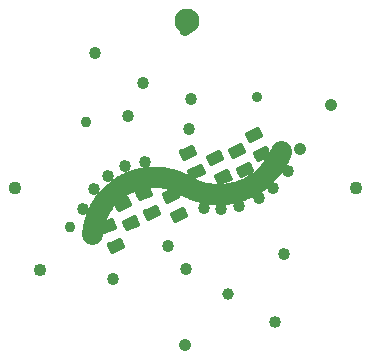
<source format=gts>
G04 EAGLE Gerber RS-274X export*
G75*
%MOMM*%
%FSLAX34Y34*%
%LPD*%
%INTop Solder Mask*%
%IPPOS*%
%AMOC8*
5,1,8,0,0,1.08239X$1,22.5*%
G01*
G04 Define Apertures*
%ADD10C,2.101600*%
%ADD11C,1.025944*%
%ADD12C,1.087900*%
%ADD13C,0.930281*%
%ADD14C,1.024519*%
%ADD15C,1.750000*%
%ADD16C,1.084550*%
%ADD17C,1.047600*%
%ADD18C,1.071256*%
%ADD19C,0.986644*%
%ADD20C,1.010550*%
%ADD21C,0.889912*%
%ADD22C,1.030388*%
%ADD23C,0.926419*%
%ADD24C,1.106969*%
%ADD25C,0.326897*%
D10*
X0Y140000D03*
D11*
X-62187Y-78818D03*
D12*
X143368Y-1279D03*
D13*
X-98649Y-34492D03*
D14*
X14269Y-18067D03*
X-87854Y-19177D03*
X-66862Y8812D03*
X-52190Y17164D03*
D15*
X0Y0D02*
X1245Y-636D01*
X2505Y-1241D01*
X3780Y-1815D01*
X5068Y-2357D01*
X6370Y-2868D01*
X7683Y-3347D01*
X9008Y-3794D01*
X10343Y-4208D01*
X11688Y-4589D01*
X13042Y-4938D01*
X14403Y-5253D01*
X15773Y-5535D01*
X17148Y-5784D01*
X18530Y-5999D01*
X19916Y-6180D01*
X21306Y-6327D01*
X22700Y-6440D01*
X24095Y-6519D01*
X25493Y-6564D01*
X26891Y-6574D01*
X28288Y-6551D01*
X29685Y-6493D01*
X31080Y-6402D01*
X32472Y-6276D01*
X33861Y-6116D01*
X35246Y-5923D01*
X36625Y-5696D01*
X37998Y-5435D01*
X39365Y-5140D01*
X40724Y-4812D01*
X42075Y-4452D01*
X43416Y-4058D01*
X44747Y-3632D01*
X46068Y-3173D01*
X47377Y-2682D01*
X48674Y-2159D01*
X49957Y-1605D01*
X51227Y-1020D01*
X52481Y-403D01*
X53721Y243D01*
X54944Y920D01*
X56150Y1626D01*
X57339Y2362D01*
X58509Y3127D01*
X59661Y3920D01*
X60792Y4740D01*
X61904Y5589D01*
X62994Y6464D01*
X64062Y7365D01*
X65109Y8292D01*
X66132Y9245D01*
X67132Y10222D01*
X68107Y11224D01*
X69058Y12248D01*
X69983Y13296D01*
X70883Y14366D01*
X71756Y15458D01*
X72602Y16571D01*
X73421Y17704D01*
X74212Y18857D01*
X74974Y20029D01*
X75708Y21219D01*
X76412Y22426D01*
X77086Y23651D01*
X77731Y24891D01*
X78345Y26147D01*
X78928Y27418D01*
X79480Y28702D01*
X80000Y30000D01*
X0Y0D02*
X-1088Y673D01*
X-2192Y1318D01*
X-3312Y1937D01*
X-4446Y2528D01*
X-5595Y3090D01*
X-6757Y3625D01*
X-7932Y4131D01*
X-9119Y4607D01*
X-10317Y5055D01*
X-11525Y5473D01*
X-12744Y5862D01*
X-13972Y6220D01*
X-15208Y6548D01*
X-16452Y6846D01*
X-17703Y7113D01*
X-18960Y7350D01*
X-20222Y7555D01*
X-21489Y7730D01*
X-22760Y7873D01*
X-24035Y7986D01*
X-25311Y8067D01*
X-26589Y8117D01*
X-27868Y8135D01*
X-29147Y8122D01*
X-30425Y8078D01*
X-31702Y8002D01*
X-32977Y7895D01*
X-34248Y7757D01*
X-35516Y7588D01*
X-36779Y7387D01*
X-38037Y7156D01*
X-39289Y6894D01*
X-40534Y6602D01*
X-41772Y6279D01*
X-43001Y5925D01*
X-44222Y5542D01*
X-45432Y5129D01*
X-46632Y4687D01*
X-47821Y4215D01*
X-48998Y3714D01*
X-50162Y3184D01*
X-51313Y2626D01*
X-52450Y2040D01*
X-53572Y1427D01*
X-54679Y786D01*
X-55770Y118D01*
X-56844Y-577D01*
X-57901Y-1297D01*
X-58940Y-2044D01*
X-59960Y-2815D01*
X-60961Y-3611D01*
X-61942Y-4432D01*
X-62903Y-5276D01*
X-63842Y-6144D01*
X-64760Y-7035D01*
X-65657Y-7947D01*
X-66530Y-8882D01*
X-67380Y-9837D01*
X-68207Y-10813D01*
X-69009Y-11809D01*
X-69787Y-12825D01*
X-70540Y-13859D01*
X-71267Y-14911D01*
X-71968Y-15981D01*
X-72643Y-17068D01*
X-73290Y-18170D01*
X-73911Y-19289D01*
X-74504Y-20422D01*
X-75069Y-21570D01*
X-75606Y-22731D01*
X-76114Y-23904D01*
X-76593Y-25090D01*
X-77043Y-26288D01*
X-77463Y-27496D01*
X-77854Y-28714D01*
X-78215Y-29941D01*
X-78545Y-31176D01*
X-78846Y-32420D01*
X-79115Y-33670D01*
X-79354Y-34926D01*
X-79562Y-36188D01*
X-79739Y-37455D01*
X-79885Y-38726D01*
X-80000Y-40000D01*
D11*
X-1268Y132574D03*
D16*
X-124582Y-70968D03*
D14*
X-78374Y-2474D03*
X-2190Y-2836D03*
X-35712Y20776D03*
X28715Y-18970D03*
X43838Y-16713D03*
X61219Y-9715D03*
X73408Y-1138D03*
X85597Y13308D03*
D17*
X95639Y31544D03*
D18*
X-1279Y-134419D03*
D19*
X34534Y-90794D03*
D20*
X74328Y-114909D03*
D14*
X82437Y-57568D03*
D21*
X59626Y75985D03*
D22*
X-37252Y87295D03*
X-77419Y112903D03*
D23*
X-85232Y54663D03*
D24*
X-145102Y-1437D03*
D11*
X-15912Y-50293D03*
X-409Y-70087D03*
X1848Y48190D03*
X3949Y73768D03*
X-49546Y59774D03*
D17*
X121918Y68625D03*
D25*
X-72976Y-32964D02*
X-70382Y-39073D01*
X-72976Y-32964D02*
X-63360Y-28881D01*
X-60766Y-34990D01*
X-70382Y-39073D01*
X-71701Y-35967D02*
X-63067Y-35967D01*
X-61670Y-32861D02*
X-72733Y-32861D01*
X-65418Y-29755D02*
X-62989Y-29755D01*
X-66029Y-49330D02*
X-63435Y-55439D01*
X-66029Y-49330D02*
X-56413Y-45247D01*
X-53819Y-51356D01*
X-63435Y-55439D01*
X-64754Y-52333D02*
X-56120Y-52333D01*
X-54723Y-49227D02*
X-65786Y-49227D01*
X-58471Y-46121D02*
X-56042Y-46121D01*
X14249Y11057D02*
X11655Y17166D01*
X14249Y11057D02*
X4633Y6974D01*
X2039Y13083D01*
X11655Y17166D01*
X11948Y10080D02*
X3314Y10080D01*
X2282Y13186D02*
X13345Y13186D01*
X12026Y16292D02*
X9597Y16292D01*
X7302Y27424D02*
X4708Y33533D01*
X7302Y27424D02*
X-2314Y23341D01*
X-4908Y29450D01*
X4708Y33533D01*
X5001Y26447D02*
X-3633Y26447D01*
X-4665Y29553D02*
X6398Y29553D01*
X5079Y32659D02*
X2650Y32659D01*
X-42438Y-4960D02*
X-39844Y-11069D01*
X-42438Y-4960D02*
X-32822Y-877D01*
X-30228Y-6986D01*
X-39844Y-11069D01*
X-41163Y-7963D02*
X-32529Y-7963D01*
X-31132Y-4857D02*
X-42195Y-4857D01*
X-34880Y-1751D02*
X-32451Y-1751D01*
X-35490Y-21327D02*
X-32896Y-27436D01*
X-35490Y-21327D02*
X-25874Y-17244D01*
X-23280Y-23353D01*
X-32896Y-27436D01*
X-34215Y-24330D02*
X-25581Y-24330D01*
X-24184Y-21224D02*
X-35247Y-21224D01*
X-27932Y-18118D02*
X-25503Y-18118D01*
X52901Y18667D02*
X55495Y12558D01*
X45879Y8475D01*
X43285Y14584D01*
X52901Y18667D01*
X53194Y11581D02*
X44560Y11581D01*
X43528Y14687D02*
X54591Y14687D01*
X53272Y17793D02*
X50843Y17793D01*
X48548Y28925D02*
X45954Y35034D01*
X48548Y28925D02*
X38932Y24842D01*
X36338Y30951D01*
X45954Y35034D01*
X46247Y27948D02*
X37613Y27948D01*
X36581Y31054D02*
X47644Y31054D01*
X46325Y34160D02*
X43896Y34160D01*
X-19537Y-6750D02*
X-16943Y-12859D01*
X-19537Y-6750D02*
X-9921Y-2667D01*
X-7327Y-8776D01*
X-16943Y-12859D01*
X-18262Y-9753D02*
X-9628Y-9753D01*
X-8231Y-6647D02*
X-19294Y-6647D01*
X-11979Y-3541D02*
X-9550Y-3541D01*
X-12590Y-23117D02*
X-9996Y-29226D01*
X-12590Y-23117D02*
X-2974Y-19034D01*
X-380Y-25143D01*
X-9996Y-29226D01*
X-11315Y-26120D02*
X-2681Y-26120D01*
X-1284Y-23014D02*
X-12347Y-23014D01*
X-5032Y-19908D02*
X-2603Y-19908D01*
X69861Y26083D02*
X67267Y32192D01*
X69861Y26083D02*
X60245Y22000D01*
X57651Y28109D01*
X67267Y32192D01*
X67560Y25106D02*
X58926Y25106D01*
X57894Y28212D02*
X68957Y28212D01*
X67638Y31318D02*
X65209Y31318D01*
X62914Y42450D02*
X60320Y48559D01*
X62914Y42450D02*
X53298Y38367D01*
X50704Y44476D01*
X60320Y48559D01*
X60613Y41473D02*
X51979Y41473D01*
X50947Y44579D02*
X62010Y44579D01*
X60691Y47685D02*
X58262Y47685D01*
X-60374Y-14040D02*
X-57780Y-20149D01*
X-60374Y-14040D02*
X-50758Y-9957D01*
X-48164Y-16066D01*
X-57780Y-20149D01*
X-59099Y-17043D02*
X-50465Y-17043D01*
X-49068Y-13937D02*
X-60131Y-13937D01*
X-52816Y-10831D02*
X-50387Y-10831D01*
X-53427Y-30407D02*
X-50833Y-36516D01*
X-53427Y-30407D02*
X-43811Y-26324D01*
X-41217Y-32433D01*
X-50833Y-36516D01*
X-52152Y-33410D02*
X-43518Y-33410D01*
X-42121Y-30304D02*
X-53184Y-30304D01*
X-45869Y-27198D02*
X-43440Y-27198D01*
X37075Y6547D02*
X34481Y12656D01*
X37075Y6547D02*
X27459Y2464D01*
X24865Y8573D01*
X34481Y12656D01*
X34774Y5570D02*
X26140Y5570D01*
X25108Y8676D02*
X36171Y8676D01*
X34852Y11782D02*
X32423Y11782D01*
X30127Y22914D02*
X27533Y29023D01*
X30127Y22914D02*
X20511Y18831D01*
X17917Y24940D01*
X27533Y29023D01*
X27826Y21937D02*
X19192Y21937D01*
X18160Y25043D02*
X29223Y25043D01*
X27904Y28149D02*
X25475Y28149D01*
M02*

</source>
